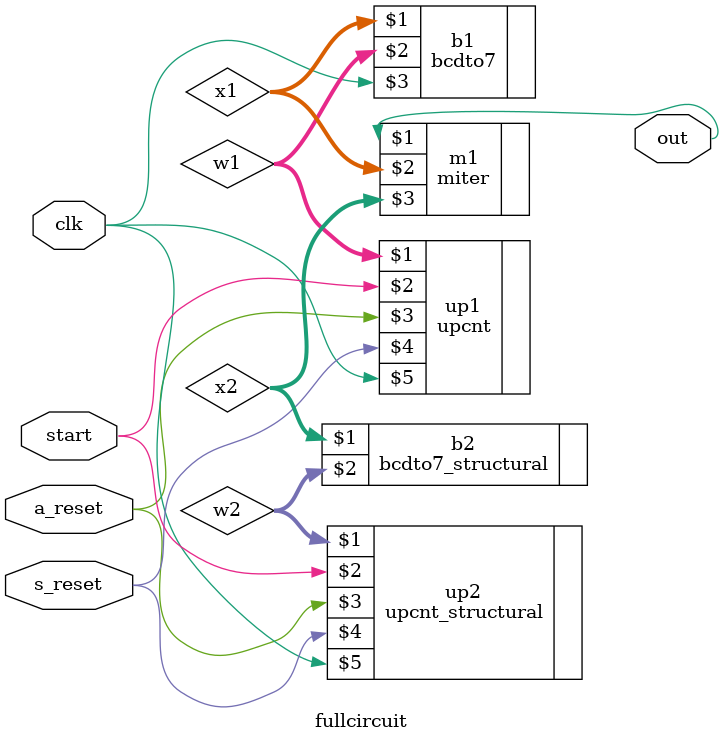
<source format=v>

module fullcircuit(out, start, a_reset, s_reset, clk);
	output out;
	input start, a_reset, s_reset, clk;
	wire [3:0] w1, w2;
	wire [6:0] x1, x2;
	wire out;

	upcnt up1(w1, start, a_reset, s_reset, clk);
	upcnt_structural up2(w2, start, a_reset, s_reset, clk);

	bcdto7 b1(x1, w1, clk);
	bcdto7_structural b2(x2, w2);

	miter m1(out, x1, x2);
endmodule
</source>
